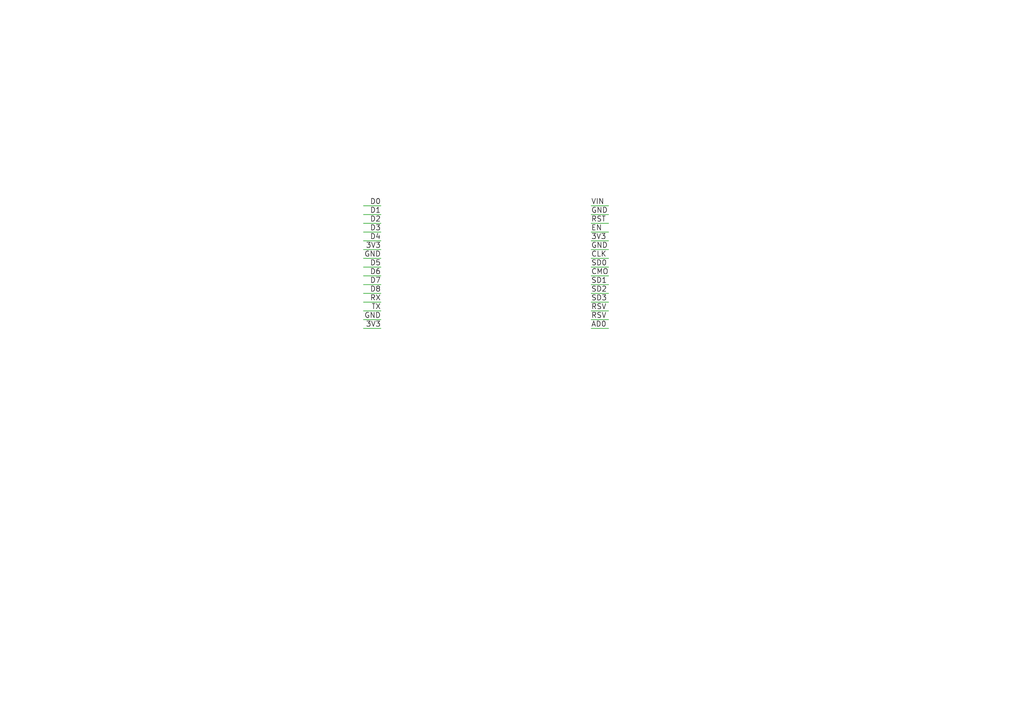
<source format=kicad_sch>
(kicad_sch (version 20230121) (generator eeschema)
  (paper "A4")
  (title_block (title "ProtoShield NodeMcu") (date "2016-01-25") (rev "0.1") (company "Electronic Cats") (comment 1 "Andrés Sabas"))
  (lib_symbols)
  (wire (pts (xy 105.41 62.23) (xy 110.49 62.23)))
  (wire (pts (xy 176.53 62.23) (xy 171.45 62.23)))
  (wire (pts (xy 105.41 72.39) (xy 110.49 72.39)))
  (wire (pts (xy 105.41 74.93) (xy 110.49 74.93)))
  (wire (pts (xy 105.41 77.47) (xy 110.49 77.47)))
  (wire (pts (xy 176.53 67.31) (xy 171.45 67.31)))
  (wire (pts (xy 105.41 90.17) (xy 110.49 90.17)))
  (wire (pts (xy 176.53 90.17) (xy 171.45 90.17)))
  (wire (pts (xy 176.53 74.93) (xy 171.45 74.93)))
  (wire (pts (xy 176.53 59.69) (xy 171.45 59.69)))
  (wire (pts (xy 176.53 87.63) (xy 171.45 87.63)))
  (wire (pts (xy 105.41 64.77) (xy 110.49 64.77)))
  (wire (pts (xy 176.53 69.85) (xy 171.45 69.85)))
  (wire (pts (xy 105.41 87.63) (xy 110.49 87.63)))
  (wire (pts (xy 176.53 77.47) (xy 171.45 77.47)))
  (wire (pts (xy 105.41 92.71) (xy 110.49 92.71)))
  (wire (pts (xy 176.53 80.01) (xy 171.45 80.01)))
  (wire (pts (xy 176.53 72.39) (xy 171.45 72.39)))
  (wire (pts (xy 105.41 85.09) (xy 110.49 85.09)))
  (wire (pts (xy 176.53 64.77) (xy 171.45 64.77)))
  (wire (pts (xy 176.53 82.55) (xy 171.45 82.55)))
  (wire (pts (xy 105.41 59.69) (xy 110.49 59.69)))
  (wire (pts (xy 105.41 80.01) (xy 110.49 80.01)))
  (wire (pts (xy 176.53 95.25) (xy 171.45 95.25)))
  (wire (pts (xy 105.41 67.31) (xy 110.49 67.31)))
  (wire (pts (xy 176.53 85.09) (xy 171.45 85.09)))
  (wire (pts (xy 105.41 69.85) (xy 110.49 69.85)))
  (wire (pts (xy 176.53 92.71) (xy 171.45 92.71)))
  (wire (pts (xy 105.41 95.25) (xy 110.49 95.25)))
  (wire (pts (xy 105.41 82.55) (xy 110.49 82.55)))
  (label "RSV" (at 171.45 90.17 0) (effects (font (size 1.524 1.524))))
  (label "3V3" (at 110.49 95.25 180) (effects (font (size 1.524 1.524))))
  (label "D1" (at 110.49 62.23 180) (effects (font (size 1.524 1.524))))
  (label "SD3" (at 171.45 87.63 0) (effects (font (size 1.524 1.524))))
  (label "GND" (at 171.45 62.23 0) (effects (font (size 1.524 1.524))))
  (label "GND" (at 171.45 72.39 0) (effects (font (size 1.524 1.524))))
  (label "SD2" (at 171.45 85.09 0) (effects (font (size 1.524 1.524))))
  (label "D3" (at 110.49 67.31 180) (effects (font (size 1.524 1.524))))
  (label "GND" (at 110.49 92.71 180) (effects (font (size 1.524 1.524))))
  (label "CLK" (at 171.45 74.93 0) (effects (font (size 1.524 1.524))))
  (label "RSV" (at 171.45 92.71 0) (effects (font (size 1.524 1.524))))
  (label "D7" (at 110.49 82.55 180) (effects (font (size 1.524 1.524))))
  (label "3V3" (at 171.45 69.85 0) (effects (font (size 1.524 1.524))))
  (label "3V3" (at 110.49 72.39 180) (effects (font (size 1.524 1.524))))
  (label "D4" (at 110.49 69.85 180) (effects (font (size 1.524 1.524))))
  (label "CMO" (at 171.45 80.01 0) (effects (font (size 1.524 1.524))))
  (label "EN" (at 171.45 67.31 0) (effects (font (size 1.524 1.524))))
  (label "RST" (at 171.45 64.77 0) (effects (font (size 1.524 1.524))))
  (label "GND" (at 110.49 74.93 180) (effects (font (size 1.524 1.524))))
  (label "D5" (at 110.49 77.47 180) (effects (font (size 1.524 1.524))))
  (label "SD1" (at 171.45 82.55 0) (effects (font (size 1.524 1.524))))
  (label "RX" (at 110.49 87.63 180) (effects (font (size 1.524 1.524))))
  (label "SD0" (at 171.45 77.47 0) (effects (font (size 1.524 1.524))))
  (label "D6" (at 110.49 80.01 180) (effects (font (size 1.524 1.524))))
  (label "VIN" (at 171.45 59.69 0) (effects (font (size 1.524 1.524))))
  (label "D0" (at 110.49 59.69 180) (effects (font (size 1.524 1.524))))
  (label "TX" (at 110.49 90.17 180) (effects (font (size 1.524 1.524))))
  (label "AD0" (at 171.45 95.25 0) (effects (font (size 1.524 1.524))))
  (label "D2" (at 110.49 64.77 180) (effects (font (size 1.524 1.524))))
  (label "D8~{}" (at 110.49 85.09 180) (effects (font (size 1.524 1.524))))
  (symbol (lib_id "CONN_01X15") (at 181.61 77.47 0) (unit 1)
    (property "Reference" "P1" (at 181.61 57.15 0))
    (property "Value" "CONN_01X15" (at 184.15 77.47 90))
    (property "Footprint" "Pin_Headers:Pin_Header_Straight_1x15" (effects hide))
  )
  (symbol (lib_id "CONN_01X15") (at 100.33 77.47 180) (unit 1)
    (property "Reference" "P8" (at 100.33 97.79 0))
    (property "Value" "CONN_01X15" (at 97.79 77.47 90))
    (property "Footprint" "Pin_Headers:Pin_Header_Straight_1x15" (effects hide))
  )
)
</source>
